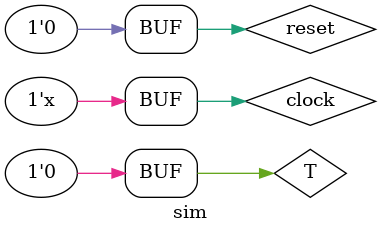
<source format=v>
`timescale 1ns / 1ps


module sim();
    reg T, clock, reset;
    T_FF U1(T, clock, reset, Q);
    initial
    clock = 1'b1;
    always #25 clock = ~clock;
    initial
    begin
        T = 1'b0;
        reset = 1'b1;
        #50
        T = 1'b1;
        reset = 1'b0;
        #50
        T = 1'b0;
        reset = 1'b1;
        #50
        T = 1'b1;
        #50
        T = 1'b0;
        reset = 1'b0;
        #50
        T = 1'b1;     
        #50
        T = 1'b0; 
        #50
        T = 1'b1;     
        #50
        T = 1'b0; 
    end
endmodule

</source>
